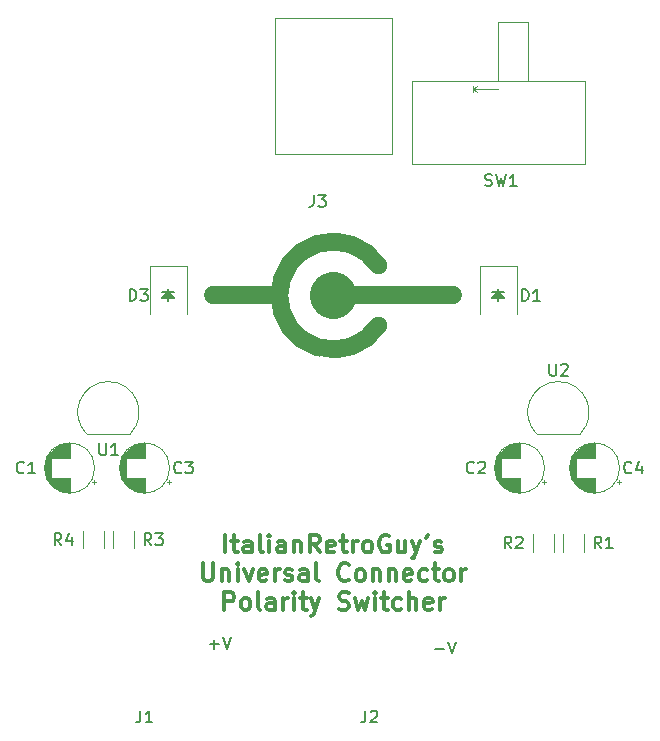
<source format=gbr>
%TF.GenerationSoftware,KiCad,Pcbnew,7.0.2*%
%TF.CreationDate,2023-05-27T17:02:01+02:00*%
%TF.ProjectId,benchpsu_barreljack_adapter,62656e63-6870-4737-955f-62617272656c,rev?*%
%TF.SameCoordinates,Original*%
%TF.FileFunction,Legend,Top*%
%TF.FilePolarity,Positive*%
%FSLAX46Y46*%
G04 Gerber Fmt 4.6, Leading zero omitted, Abs format (unit mm)*
G04 Created by KiCad (PCBNEW 7.0.2) date 2023-05-27 17:02:01*
%MOMM*%
%LPD*%
G01*
G04 APERTURE LIST*
%ADD10C,4.000000*%
%ADD11C,0.150000*%
%ADD12C,1.500000*%
%ADD13C,0.300000*%
%ADD14C,0.120000*%
G04 APERTURE END LIST*
D10*
X152400001Y-92075000D02*
G75*
G03*
X152400001Y-92075000I-1J0D01*
G01*
D11*
X138938000Y-92329000D02*
X137922000Y-92329000D01*
X138430000Y-91821000D01*
X138938000Y-92329000D01*
G36*
X138938000Y-92329000D02*
G01*
X137922000Y-92329000D01*
X138430000Y-91821000D01*
X138938000Y-92329000D01*
G37*
D12*
X156208567Y-89535000D02*
G75*
G03*
X156208567Y-94615000I-3808567J-2540000D01*
G01*
D11*
X166878000Y-92329000D02*
X165862000Y-92329000D01*
X166370000Y-91821000D01*
X166878000Y-92329000D01*
G36*
X166878000Y-92329000D02*
G01*
X165862000Y-92329000D01*
X166370000Y-91821000D01*
X166878000Y-92329000D01*
G37*
X166370000Y-92583000D02*
X166370000Y-91567000D01*
D12*
X147822139Y-92075000D02*
X142239525Y-92075000D01*
D11*
X138430000Y-92583000D02*
X138430000Y-91567000D01*
X166878000Y-91821000D02*
X165862000Y-91821000D01*
X138938000Y-91821000D02*
X137922000Y-91821000D01*
D12*
X152400000Y-92075000D02*
X162560000Y-92075000D01*
D11*
X160988476Y-122001666D02*
X161750381Y-122001666D01*
X162083714Y-121382619D02*
X162417047Y-122382619D01*
X162417047Y-122382619D02*
X162750380Y-121382619D01*
X141938476Y-121620666D02*
X142700381Y-121620666D01*
X142319428Y-122001619D02*
X142319428Y-121239714D01*
X143033714Y-121001619D02*
X143367047Y-122001619D01*
X143367047Y-122001619D02*
X143700380Y-121001619D01*
D13*
X143257142Y-113833928D02*
X143257142Y-112333928D01*
X143757143Y-112833928D02*
X144328571Y-112833928D01*
X143971428Y-112333928D02*
X143971428Y-113619642D01*
X143971428Y-113619642D02*
X144042857Y-113762500D01*
X144042857Y-113762500D02*
X144185714Y-113833928D01*
X144185714Y-113833928D02*
X144328571Y-113833928D01*
X145471429Y-113833928D02*
X145471429Y-113048214D01*
X145471429Y-113048214D02*
X145400000Y-112905357D01*
X145400000Y-112905357D02*
X145257143Y-112833928D01*
X145257143Y-112833928D02*
X144971429Y-112833928D01*
X144971429Y-112833928D02*
X144828571Y-112905357D01*
X145471429Y-113762500D02*
X145328571Y-113833928D01*
X145328571Y-113833928D02*
X144971429Y-113833928D01*
X144971429Y-113833928D02*
X144828571Y-113762500D01*
X144828571Y-113762500D02*
X144757143Y-113619642D01*
X144757143Y-113619642D02*
X144757143Y-113476785D01*
X144757143Y-113476785D02*
X144828571Y-113333928D01*
X144828571Y-113333928D02*
X144971429Y-113262500D01*
X144971429Y-113262500D02*
X145328571Y-113262500D01*
X145328571Y-113262500D02*
X145471429Y-113191071D01*
X146400000Y-113833928D02*
X146257143Y-113762500D01*
X146257143Y-113762500D02*
X146185714Y-113619642D01*
X146185714Y-113619642D02*
X146185714Y-112333928D01*
X146971428Y-113833928D02*
X146971428Y-112833928D01*
X146971428Y-112333928D02*
X146900000Y-112405357D01*
X146900000Y-112405357D02*
X146971428Y-112476785D01*
X146971428Y-112476785D02*
X147042857Y-112405357D01*
X147042857Y-112405357D02*
X146971428Y-112333928D01*
X146971428Y-112333928D02*
X146971428Y-112476785D01*
X148328572Y-113833928D02*
X148328572Y-113048214D01*
X148328572Y-113048214D02*
X148257143Y-112905357D01*
X148257143Y-112905357D02*
X148114286Y-112833928D01*
X148114286Y-112833928D02*
X147828572Y-112833928D01*
X147828572Y-112833928D02*
X147685714Y-112905357D01*
X148328572Y-113762500D02*
X148185714Y-113833928D01*
X148185714Y-113833928D02*
X147828572Y-113833928D01*
X147828572Y-113833928D02*
X147685714Y-113762500D01*
X147685714Y-113762500D02*
X147614286Y-113619642D01*
X147614286Y-113619642D02*
X147614286Y-113476785D01*
X147614286Y-113476785D02*
X147685714Y-113333928D01*
X147685714Y-113333928D02*
X147828572Y-113262500D01*
X147828572Y-113262500D02*
X148185714Y-113262500D01*
X148185714Y-113262500D02*
X148328572Y-113191071D01*
X149042857Y-112833928D02*
X149042857Y-113833928D01*
X149042857Y-112976785D02*
X149114286Y-112905357D01*
X149114286Y-112905357D02*
X149257143Y-112833928D01*
X149257143Y-112833928D02*
X149471429Y-112833928D01*
X149471429Y-112833928D02*
X149614286Y-112905357D01*
X149614286Y-112905357D02*
X149685715Y-113048214D01*
X149685715Y-113048214D02*
X149685715Y-113833928D01*
X151257143Y-113833928D02*
X150757143Y-113119642D01*
X150400000Y-113833928D02*
X150400000Y-112333928D01*
X150400000Y-112333928D02*
X150971429Y-112333928D01*
X150971429Y-112333928D02*
X151114286Y-112405357D01*
X151114286Y-112405357D02*
X151185715Y-112476785D01*
X151185715Y-112476785D02*
X151257143Y-112619642D01*
X151257143Y-112619642D02*
X151257143Y-112833928D01*
X151257143Y-112833928D02*
X151185715Y-112976785D01*
X151185715Y-112976785D02*
X151114286Y-113048214D01*
X151114286Y-113048214D02*
X150971429Y-113119642D01*
X150971429Y-113119642D02*
X150400000Y-113119642D01*
X152471429Y-113762500D02*
X152328572Y-113833928D01*
X152328572Y-113833928D02*
X152042858Y-113833928D01*
X152042858Y-113833928D02*
X151900000Y-113762500D01*
X151900000Y-113762500D02*
X151828572Y-113619642D01*
X151828572Y-113619642D02*
X151828572Y-113048214D01*
X151828572Y-113048214D02*
X151900000Y-112905357D01*
X151900000Y-112905357D02*
X152042858Y-112833928D01*
X152042858Y-112833928D02*
X152328572Y-112833928D01*
X152328572Y-112833928D02*
X152471429Y-112905357D01*
X152471429Y-112905357D02*
X152542858Y-113048214D01*
X152542858Y-113048214D02*
X152542858Y-113191071D01*
X152542858Y-113191071D02*
X151828572Y-113333928D01*
X152971429Y-112833928D02*
X153542857Y-112833928D01*
X153185714Y-112333928D02*
X153185714Y-113619642D01*
X153185714Y-113619642D02*
X153257143Y-113762500D01*
X153257143Y-113762500D02*
X153400000Y-113833928D01*
X153400000Y-113833928D02*
X153542857Y-113833928D01*
X154042857Y-113833928D02*
X154042857Y-112833928D01*
X154042857Y-113119642D02*
X154114286Y-112976785D01*
X154114286Y-112976785D02*
X154185715Y-112905357D01*
X154185715Y-112905357D02*
X154328572Y-112833928D01*
X154328572Y-112833928D02*
X154471429Y-112833928D01*
X155185714Y-113833928D02*
X155042857Y-113762500D01*
X155042857Y-113762500D02*
X154971428Y-113691071D01*
X154971428Y-113691071D02*
X154900000Y-113548214D01*
X154900000Y-113548214D02*
X154900000Y-113119642D01*
X154900000Y-113119642D02*
X154971428Y-112976785D01*
X154971428Y-112976785D02*
X155042857Y-112905357D01*
X155042857Y-112905357D02*
X155185714Y-112833928D01*
X155185714Y-112833928D02*
X155400000Y-112833928D01*
X155400000Y-112833928D02*
X155542857Y-112905357D01*
X155542857Y-112905357D02*
X155614286Y-112976785D01*
X155614286Y-112976785D02*
X155685714Y-113119642D01*
X155685714Y-113119642D02*
X155685714Y-113548214D01*
X155685714Y-113548214D02*
X155614286Y-113691071D01*
X155614286Y-113691071D02*
X155542857Y-113762500D01*
X155542857Y-113762500D02*
X155400000Y-113833928D01*
X155400000Y-113833928D02*
X155185714Y-113833928D01*
X157114286Y-112405357D02*
X156971429Y-112333928D01*
X156971429Y-112333928D02*
X156757143Y-112333928D01*
X156757143Y-112333928D02*
X156542857Y-112405357D01*
X156542857Y-112405357D02*
X156400000Y-112548214D01*
X156400000Y-112548214D02*
X156328571Y-112691071D01*
X156328571Y-112691071D02*
X156257143Y-112976785D01*
X156257143Y-112976785D02*
X156257143Y-113191071D01*
X156257143Y-113191071D02*
X156328571Y-113476785D01*
X156328571Y-113476785D02*
X156400000Y-113619642D01*
X156400000Y-113619642D02*
X156542857Y-113762500D01*
X156542857Y-113762500D02*
X156757143Y-113833928D01*
X156757143Y-113833928D02*
X156900000Y-113833928D01*
X156900000Y-113833928D02*
X157114286Y-113762500D01*
X157114286Y-113762500D02*
X157185714Y-113691071D01*
X157185714Y-113691071D02*
X157185714Y-113191071D01*
X157185714Y-113191071D02*
X156900000Y-113191071D01*
X158471429Y-112833928D02*
X158471429Y-113833928D01*
X157828571Y-112833928D02*
X157828571Y-113619642D01*
X157828571Y-113619642D02*
X157900000Y-113762500D01*
X157900000Y-113762500D02*
X158042857Y-113833928D01*
X158042857Y-113833928D02*
X158257143Y-113833928D01*
X158257143Y-113833928D02*
X158400000Y-113762500D01*
X158400000Y-113762500D02*
X158471429Y-113691071D01*
X159042857Y-112833928D02*
X159400000Y-113833928D01*
X159757143Y-112833928D02*
X159400000Y-113833928D01*
X159400000Y-113833928D02*
X159257143Y-114191071D01*
X159257143Y-114191071D02*
X159185714Y-114262500D01*
X159185714Y-114262500D02*
X159042857Y-114333928D01*
X160400000Y-112333928D02*
X160257143Y-112619642D01*
X160971429Y-113762500D02*
X161114286Y-113833928D01*
X161114286Y-113833928D02*
X161400000Y-113833928D01*
X161400000Y-113833928D02*
X161542857Y-113762500D01*
X161542857Y-113762500D02*
X161614286Y-113619642D01*
X161614286Y-113619642D02*
X161614286Y-113548214D01*
X161614286Y-113548214D02*
X161542857Y-113405357D01*
X161542857Y-113405357D02*
X161400000Y-113333928D01*
X161400000Y-113333928D02*
X161185715Y-113333928D01*
X161185715Y-113333928D02*
X161042857Y-113262500D01*
X161042857Y-113262500D02*
X160971429Y-113119642D01*
X160971429Y-113119642D02*
X160971429Y-113048214D01*
X160971429Y-113048214D02*
X161042857Y-112905357D01*
X161042857Y-112905357D02*
X161185715Y-112833928D01*
X161185715Y-112833928D02*
X161400000Y-112833928D01*
X161400000Y-112833928D02*
X161542857Y-112905357D01*
X141364285Y-114763928D02*
X141364285Y-115978214D01*
X141364285Y-115978214D02*
X141435714Y-116121071D01*
X141435714Y-116121071D02*
X141507143Y-116192500D01*
X141507143Y-116192500D02*
X141650000Y-116263928D01*
X141650000Y-116263928D02*
X141935714Y-116263928D01*
X141935714Y-116263928D02*
X142078571Y-116192500D01*
X142078571Y-116192500D02*
X142150000Y-116121071D01*
X142150000Y-116121071D02*
X142221428Y-115978214D01*
X142221428Y-115978214D02*
X142221428Y-114763928D01*
X142935714Y-115263928D02*
X142935714Y-116263928D01*
X142935714Y-115406785D02*
X143007143Y-115335357D01*
X143007143Y-115335357D02*
X143150000Y-115263928D01*
X143150000Y-115263928D02*
X143364286Y-115263928D01*
X143364286Y-115263928D02*
X143507143Y-115335357D01*
X143507143Y-115335357D02*
X143578572Y-115478214D01*
X143578572Y-115478214D02*
X143578572Y-116263928D01*
X144292857Y-116263928D02*
X144292857Y-115263928D01*
X144292857Y-114763928D02*
X144221429Y-114835357D01*
X144221429Y-114835357D02*
X144292857Y-114906785D01*
X144292857Y-114906785D02*
X144364286Y-114835357D01*
X144364286Y-114835357D02*
X144292857Y-114763928D01*
X144292857Y-114763928D02*
X144292857Y-114906785D01*
X144864286Y-115263928D02*
X145221429Y-116263928D01*
X145221429Y-116263928D02*
X145578572Y-115263928D01*
X146721429Y-116192500D02*
X146578572Y-116263928D01*
X146578572Y-116263928D02*
X146292858Y-116263928D01*
X146292858Y-116263928D02*
X146150000Y-116192500D01*
X146150000Y-116192500D02*
X146078572Y-116049642D01*
X146078572Y-116049642D02*
X146078572Y-115478214D01*
X146078572Y-115478214D02*
X146150000Y-115335357D01*
X146150000Y-115335357D02*
X146292858Y-115263928D01*
X146292858Y-115263928D02*
X146578572Y-115263928D01*
X146578572Y-115263928D02*
X146721429Y-115335357D01*
X146721429Y-115335357D02*
X146792858Y-115478214D01*
X146792858Y-115478214D02*
X146792858Y-115621071D01*
X146792858Y-115621071D02*
X146078572Y-115763928D01*
X147435714Y-116263928D02*
X147435714Y-115263928D01*
X147435714Y-115549642D02*
X147507143Y-115406785D01*
X147507143Y-115406785D02*
X147578572Y-115335357D01*
X147578572Y-115335357D02*
X147721429Y-115263928D01*
X147721429Y-115263928D02*
X147864286Y-115263928D01*
X148292857Y-116192500D02*
X148435714Y-116263928D01*
X148435714Y-116263928D02*
X148721428Y-116263928D01*
X148721428Y-116263928D02*
X148864285Y-116192500D01*
X148864285Y-116192500D02*
X148935714Y-116049642D01*
X148935714Y-116049642D02*
X148935714Y-115978214D01*
X148935714Y-115978214D02*
X148864285Y-115835357D01*
X148864285Y-115835357D02*
X148721428Y-115763928D01*
X148721428Y-115763928D02*
X148507143Y-115763928D01*
X148507143Y-115763928D02*
X148364285Y-115692500D01*
X148364285Y-115692500D02*
X148292857Y-115549642D01*
X148292857Y-115549642D02*
X148292857Y-115478214D01*
X148292857Y-115478214D02*
X148364285Y-115335357D01*
X148364285Y-115335357D02*
X148507143Y-115263928D01*
X148507143Y-115263928D02*
X148721428Y-115263928D01*
X148721428Y-115263928D02*
X148864285Y-115335357D01*
X150221429Y-116263928D02*
X150221429Y-115478214D01*
X150221429Y-115478214D02*
X150150000Y-115335357D01*
X150150000Y-115335357D02*
X150007143Y-115263928D01*
X150007143Y-115263928D02*
X149721429Y-115263928D01*
X149721429Y-115263928D02*
X149578571Y-115335357D01*
X150221429Y-116192500D02*
X150078571Y-116263928D01*
X150078571Y-116263928D02*
X149721429Y-116263928D01*
X149721429Y-116263928D02*
X149578571Y-116192500D01*
X149578571Y-116192500D02*
X149507143Y-116049642D01*
X149507143Y-116049642D02*
X149507143Y-115906785D01*
X149507143Y-115906785D02*
X149578571Y-115763928D01*
X149578571Y-115763928D02*
X149721429Y-115692500D01*
X149721429Y-115692500D02*
X150078571Y-115692500D01*
X150078571Y-115692500D02*
X150221429Y-115621071D01*
X151150000Y-116263928D02*
X151007143Y-116192500D01*
X151007143Y-116192500D02*
X150935714Y-116049642D01*
X150935714Y-116049642D02*
X150935714Y-114763928D01*
X153721428Y-116121071D02*
X153650000Y-116192500D01*
X153650000Y-116192500D02*
X153435714Y-116263928D01*
X153435714Y-116263928D02*
X153292857Y-116263928D01*
X153292857Y-116263928D02*
X153078571Y-116192500D01*
X153078571Y-116192500D02*
X152935714Y-116049642D01*
X152935714Y-116049642D02*
X152864285Y-115906785D01*
X152864285Y-115906785D02*
X152792857Y-115621071D01*
X152792857Y-115621071D02*
X152792857Y-115406785D01*
X152792857Y-115406785D02*
X152864285Y-115121071D01*
X152864285Y-115121071D02*
X152935714Y-114978214D01*
X152935714Y-114978214D02*
X153078571Y-114835357D01*
X153078571Y-114835357D02*
X153292857Y-114763928D01*
X153292857Y-114763928D02*
X153435714Y-114763928D01*
X153435714Y-114763928D02*
X153650000Y-114835357D01*
X153650000Y-114835357D02*
X153721428Y-114906785D01*
X154578571Y-116263928D02*
X154435714Y-116192500D01*
X154435714Y-116192500D02*
X154364285Y-116121071D01*
X154364285Y-116121071D02*
X154292857Y-115978214D01*
X154292857Y-115978214D02*
X154292857Y-115549642D01*
X154292857Y-115549642D02*
X154364285Y-115406785D01*
X154364285Y-115406785D02*
X154435714Y-115335357D01*
X154435714Y-115335357D02*
X154578571Y-115263928D01*
X154578571Y-115263928D02*
X154792857Y-115263928D01*
X154792857Y-115263928D02*
X154935714Y-115335357D01*
X154935714Y-115335357D02*
X155007143Y-115406785D01*
X155007143Y-115406785D02*
X155078571Y-115549642D01*
X155078571Y-115549642D02*
X155078571Y-115978214D01*
X155078571Y-115978214D02*
X155007143Y-116121071D01*
X155007143Y-116121071D02*
X154935714Y-116192500D01*
X154935714Y-116192500D02*
X154792857Y-116263928D01*
X154792857Y-116263928D02*
X154578571Y-116263928D01*
X155721428Y-115263928D02*
X155721428Y-116263928D01*
X155721428Y-115406785D02*
X155792857Y-115335357D01*
X155792857Y-115335357D02*
X155935714Y-115263928D01*
X155935714Y-115263928D02*
X156150000Y-115263928D01*
X156150000Y-115263928D02*
X156292857Y-115335357D01*
X156292857Y-115335357D02*
X156364286Y-115478214D01*
X156364286Y-115478214D02*
X156364286Y-116263928D01*
X157078571Y-115263928D02*
X157078571Y-116263928D01*
X157078571Y-115406785D02*
X157150000Y-115335357D01*
X157150000Y-115335357D02*
X157292857Y-115263928D01*
X157292857Y-115263928D02*
X157507143Y-115263928D01*
X157507143Y-115263928D02*
X157650000Y-115335357D01*
X157650000Y-115335357D02*
X157721429Y-115478214D01*
X157721429Y-115478214D02*
X157721429Y-116263928D01*
X159007143Y-116192500D02*
X158864286Y-116263928D01*
X158864286Y-116263928D02*
X158578572Y-116263928D01*
X158578572Y-116263928D02*
X158435714Y-116192500D01*
X158435714Y-116192500D02*
X158364286Y-116049642D01*
X158364286Y-116049642D02*
X158364286Y-115478214D01*
X158364286Y-115478214D02*
X158435714Y-115335357D01*
X158435714Y-115335357D02*
X158578572Y-115263928D01*
X158578572Y-115263928D02*
X158864286Y-115263928D01*
X158864286Y-115263928D02*
X159007143Y-115335357D01*
X159007143Y-115335357D02*
X159078572Y-115478214D01*
X159078572Y-115478214D02*
X159078572Y-115621071D01*
X159078572Y-115621071D02*
X158364286Y-115763928D01*
X160364286Y-116192500D02*
X160221428Y-116263928D01*
X160221428Y-116263928D02*
X159935714Y-116263928D01*
X159935714Y-116263928D02*
X159792857Y-116192500D01*
X159792857Y-116192500D02*
X159721428Y-116121071D01*
X159721428Y-116121071D02*
X159650000Y-115978214D01*
X159650000Y-115978214D02*
X159650000Y-115549642D01*
X159650000Y-115549642D02*
X159721428Y-115406785D01*
X159721428Y-115406785D02*
X159792857Y-115335357D01*
X159792857Y-115335357D02*
X159935714Y-115263928D01*
X159935714Y-115263928D02*
X160221428Y-115263928D01*
X160221428Y-115263928D02*
X160364286Y-115335357D01*
X160792857Y-115263928D02*
X161364285Y-115263928D01*
X161007142Y-114763928D02*
X161007142Y-116049642D01*
X161007142Y-116049642D02*
X161078571Y-116192500D01*
X161078571Y-116192500D02*
X161221428Y-116263928D01*
X161221428Y-116263928D02*
X161364285Y-116263928D01*
X162078571Y-116263928D02*
X161935714Y-116192500D01*
X161935714Y-116192500D02*
X161864285Y-116121071D01*
X161864285Y-116121071D02*
X161792857Y-115978214D01*
X161792857Y-115978214D02*
X161792857Y-115549642D01*
X161792857Y-115549642D02*
X161864285Y-115406785D01*
X161864285Y-115406785D02*
X161935714Y-115335357D01*
X161935714Y-115335357D02*
X162078571Y-115263928D01*
X162078571Y-115263928D02*
X162292857Y-115263928D01*
X162292857Y-115263928D02*
X162435714Y-115335357D01*
X162435714Y-115335357D02*
X162507143Y-115406785D01*
X162507143Y-115406785D02*
X162578571Y-115549642D01*
X162578571Y-115549642D02*
X162578571Y-115978214D01*
X162578571Y-115978214D02*
X162507143Y-116121071D01*
X162507143Y-116121071D02*
X162435714Y-116192500D01*
X162435714Y-116192500D02*
X162292857Y-116263928D01*
X162292857Y-116263928D02*
X162078571Y-116263928D01*
X163221428Y-116263928D02*
X163221428Y-115263928D01*
X163221428Y-115549642D02*
X163292857Y-115406785D01*
X163292857Y-115406785D02*
X163364286Y-115335357D01*
X163364286Y-115335357D02*
X163507143Y-115263928D01*
X163507143Y-115263928D02*
X163650000Y-115263928D01*
X143150000Y-118693928D02*
X143150000Y-117193928D01*
X143150000Y-117193928D02*
X143721429Y-117193928D01*
X143721429Y-117193928D02*
X143864286Y-117265357D01*
X143864286Y-117265357D02*
X143935715Y-117336785D01*
X143935715Y-117336785D02*
X144007143Y-117479642D01*
X144007143Y-117479642D02*
X144007143Y-117693928D01*
X144007143Y-117693928D02*
X143935715Y-117836785D01*
X143935715Y-117836785D02*
X143864286Y-117908214D01*
X143864286Y-117908214D02*
X143721429Y-117979642D01*
X143721429Y-117979642D02*
X143150000Y-117979642D01*
X144864286Y-118693928D02*
X144721429Y-118622500D01*
X144721429Y-118622500D02*
X144650000Y-118551071D01*
X144650000Y-118551071D02*
X144578572Y-118408214D01*
X144578572Y-118408214D02*
X144578572Y-117979642D01*
X144578572Y-117979642D02*
X144650000Y-117836785D01*
X144650000Y-117836785D02*
X144721429Y-117765357D01*
X144721429Y-117765357D02*
X144864286Y-117693928D01*
X144864286Y-117693928D02*
X145078572Y-117693928D01*
X145078572Y-117693928D02*
X145221429Y-117765357D01*
X145221429Y-117765357D02*
X145292858Y-117836785D01*
X145292858Y-117836785D02*
X145364286Y-117979642D01*
X145364286Y-117979642D02*
X145364286Y-118408214D01*
X145364286Y-118408214D02*
X145292858Y-118551071D01*
X145292858Y-118551071D02*
X145221429Y-118622500D01*
X145221429Y-118622500D02*
X145078572Y-118693928D01*
X145078572Y-118693928D02*
X144864286Y-118693928D01*
X146221429Y-118693928D02*
X146078572Y-118622500D01*
X146078572Y-118622500D02*
X146007143Y-118479642D01*
X146007143Y-118479642D02*
X146007143Y-117193928D01*
X147435715Y-118693928D02*
X147435715Y-117908214D01*
X147435715Y-117908214D02*
X147364286Y-117765357D01*
X147364286Y-117765357D02*
X147221429Y-117693928D01*
X147221429Y-117693928D02*
X146935715Y-117693928D01*
X146935715Y-117693928D02*
X146792857Y-117765357D01*
X147435715Y-118622500D02*
X147292857Y-118693928D01*
X147292857Y-118693928D02*
X146935715Y-118693928D01*
X146935715Y-118693928D02*
X146792857Y-118622500D01*
X146792857Y-118622500D02*
X146721429Y-118479642D01*
X146721429Y-118479642D02*
X146721429Y-118336785D01*
X146721429Y-118336785D02*
X146792857Y-118193928D01*
X146792857Y-118193928D02*
X146935715Y-118122500D01*
X146935715Y-118122500D02*
X147292857Y-118122500D01*
X147292857Y-118122500D02*
X147435715Y-118051071D01*
X148150000Y-118693928D02*
X148150000Y-117693928D01*
X148150000Y-117979642D02*
X148221429Y-117836785D01*
X148221429Y-117836785D02*
X148292858Y-117765357D01*
X148292858Y-117765357D02*
X148435715Y-117693928D01*
X148435715Y-117693928D02*
X148578572Y-117693928D01*
X149078571Y-118693928D02*
X149078571Y-117693928D01*
X149078571Y-117193928D02*
X149007143Y-117265357D01*
X149007143Y-117265357D02*
X149078571Y-117336785D01*
X149078571Y-117336785D02*
X149150000Y-117265357D01*
X149150000Y-117265357D02*
X149078571Y-117193928D01*
X149078571Y-117193928D02*
X149078571Y-117336785D01*
X149578572Y-117693928D02*
X150150000Y-117693928D01*
X149792857Y-117193928D02*
X149792857Y-118479642D01*
X149792857Y-118479642D02*
X149864286Y-118622500D01*
X149864286Y-118622500D02*
X150007143Y-118693928D01*
X150007143Y-118693928D02*
X150150000Y-118693928D01*
X150507143Y-117693928D02*
X150864286Y-118693928D01*
X151221429Y-117693928D02*
X150864286Y-118693928D01*
X150864286Y-118693928D02*
X150721429Y-119051071D01*
X150721429Y-119051071D02*
X150650000Y-119122500D01*
X150650000Y-119122500D02*
X150507143Y-119193928D01*
X152864286Y-118622500D02*
X153078572Y-118693928D01*
X153078572Y-118693928D02*
X153435714Y-118693928D01*
X153435714Y-118693928D02*
X153578572Y-118622500D01*
X153578572Y-118622500D02*
X153650000Y-118551071D01*
X153650000Y-118551071D02*
X153721429Y-118408214D01*
X153721429Y-118408214D02*
X153721429Y-118265357D01*
X153721429Y-118265357D02*
X153650000Y-118122500D01*
X153650000Y-118122500D02*
X153578572Y-118051071D01*
X153578572Y-118051071D02*
X153435714Y-117979642D01*
X153435714Y-117979642D02*
X153150000Y-117908214D01*
X153150000Y-117908214D02*
X153007143Y-117836785D01*
X153007143Y-117836785D02*
X152935714Y-117765357D01*
X152935714Y-117765357D02*
X152864286Y-117622500D01*
X152864286Y-117622500D02*
X152864286Y-117479642D01*
X152864286Y-117479642D02*
X152935714Y-117336785D01*
X152935714Y-117336785D02*
X153007143Y-117265357D01*
X153007143Y-117265357D02*
X153150000Y-117193928D01*
X153150000Y-117193928D02*
X153507143Y-117193928D01*
X153507143Y-117193928D02*
X153721429Y-117265357D01*
X154221428Y-117693928D02*
X154507143Y-118693928D01*
X154507143Y-118693928D02*
X154792857Y-117979642D01*
X154792857Y-117979642D02*
X155078571Y-118693928D01*
X155078571Y-118693928D02*
X155364285Y-117693928D01*
X155935714Y-118693928D02*
X155935714Y-117693928D01*
X155935714Y-117193928D02*
X155864286Y-117265357D01*
X155864286Y-117265357D02*
X155935714Y-117336785D01*
X155935714Y-117336785D02*
X156007143Y-117265357D01*
X156007143Y-117265357D02*
X155935714Y-117193928D01*
X155935714Y-117193928D02*
X155935714Y-117336785D01*
X156435715Y-117693928D02*
X157007143Y-117693928D01*
X156650000Y-117193928D02*
X156650000Y-118479642D01*
X156650000Y-118479642D02*
X156721429Y-118622500D01*
X156721429Y-118622500D02*
X156864286Y-118693928D01*
X156864286Y-118693928D02*
X157007143Y-118693928D01*
X158150001Y-118622500D02*
X158007143Y-118693928D01*
X158007143Y-118693928D02*
X157721429Y-118693928D01*
X157721429Y-118693928D02*
X157578572Y-118622500D01*
X157578572Y-118622500D02*
X157507143Y-118551071D01*
X157507143Y-118551071D02*
X157435715Y-118408214D01*
X157435715Y-118408214D02*
X157435715Y-117979642D01*
X157435715Y-117979642D02*
X157507143Y-117836785D01*
X157507143Y-117836785D02*
X157578572Y-117765357D01*
X157578572Y-117765357D02*
X157721429Y-117693928D01*
X157721429Y-117693928D02*
X158007143Y-117693928D01*
X158007143Y-117693928D02*
X158150001Y-117765357D01*
X158792857Y-118693928D02*
X158792857Y-117193928D01*
X159435715Y-118693928D02*
X159435715Y-117908214D01*
X159435715Y-117908214D02*
X159364286Y-117765357D01*
X159364286Y-117765357D02*
X159221429Y-117693928D01*
X159221429Y-117693928D02*
X159007143Y-117693928D01*
X159007143Y-117693928D02*
X158864286Y-117765357D01*
X158864286Y-117765357D02*
X158792857Y-117836785D01*
X160721429Y-118622500D02*
X160578572Y-118693928D01*
X160578572Y-118693928D02*
X160292858Y-118693928D01*
X160292858Y-118693928D02*
X160150000Y-118622500D01*
X160150000Y-118622500D02*
X160078572Y-118479642D01*
X160078572Y-118479642D02*
X160078572Y-117908214D01*
X160078572Y-117908214D02*
X160150000Y-117765357D01*
X160150000Y-117765357D02*
X160292858Y-117693928D01*
X160292858Y-117693928D02*
X160578572Y-117693928D01*
X160578572Y-117693928D02*
X160721429Y-117765357D01*
X160721429Y-117765357D02*
X160792858Y-117908214D01*
X160792858Y-117908214D02*
X160792858Y-118051071D01*
X160792858Y-118051071D02*
X160078572Y-118193928D01*
X161435714Y-118693928D02*
X161435714Y-117693928D01*
X161435714Y-117979642D02*
X161507143Y-117836785D01*
X161507143Y-117836785D02*
X161578572Y-117765357D01*
X161578572Y-117765357D02*
X161721429Y-117693928D01*
X161721429Y-117693928D02*
X161864286Y-117693928D01*
D11*
%TO.C,J1*%
X136064666Y-127224619D02*
X136064666Y-127938904D01*
X136064666Y-127938904D02*
X136017047Y-128081761D01*
X136017047Y-128081761D02*
X135921809Y-128177000D01*
X135921809Y-128177000D02*
X135778952Y-128224619D01*
X135778952Y-128224619D02*
X135683714Y-128224619D01*
X137064666Y-128224619D02*
X136493238Y-128224619D01*
X136778952Y-128224619D02*
X136778952Y-127224619D01*
X136778952Y-127224619D02*
X136683714Y-127367476D01*
X136683714Y-127367476D02*
X136588476Y-127462714D01*
X136588476Y-127462714D02*
X136493238Y-127510333D01*
%TO.C,J2*%
X155114666Y-127224619D02*
X155114666Y-127938904D01*
X155114666Y-127938904D02*
X155067047Y-128081761D01*
X155067047Y-128081761D02*
X154971809Y-128177000D01*
X154971809Y-128177000D02*
X154828952Y-128224619D01*
X154828952Y-128224619D02*
X154733714Y-128224619D01*
X155543238Y-127319857D02*
X155590857Y-127272238D01*
X155590857Y-127272238D02*
X155686095Y-127224619D01*
X155686095Y-127224619D02*
X155924190Y-127224619D01*
X155924190Y-127224619D02*
X156019428Y-127272238D01*
X156019428Y-127272238D02*
X156067047Y-127319857D01*
X156067047Y-127319857D02*
X156114666Y-127415095D01*
X156114666Y-127415095D02*
X156114666Y-127510333D01*
X156114666Y-127510333D02*
X156067047Y-127653190D01*
X156067047Y-127653190D02*
X155495619Y-128224619D01*
X155495619Y-128224619D02*
X156114666Y-128224619D01*
%TO.C,R3*%
X136993333Y-113212619D02*
X136660000Y-112736428D01*
X136421905Y-113212619D02*
X136421905Y-112212619D01*
X136421905Y-112212619D02*
X136802857Y-112212619D01*
X136802857Y-112212619D02*
X136898095Y-112260238D01*
X136898095Y-112260238D02*
X136945714Y-112307857D01*
X136945714Y-112307857D02*
X136993333Y-112403095D01*
X136993333Y-112403095D02*
X136993333Y-112545952D01*
X136993333Y-112545952D02*
X136945714Y-112641190D01*
X136945714Y-112641190D02*
X136898095Y-112688809D01*
X136898095Y-112688809D02*
X136802857Y-112736428D01*
X136802857Y-112736428D02*
X136421905Y-112736428D01*
X137326667Y-112212619D02*
X137945714Y-112212619D01*
X137945714Y-112212619D02*
X137612381Y-112593571D01*
X137612381Y-112593571D02*
X137755238Y-112593571D01*
X137755238Y-112593571D02*
X137850476Y-112641190D01*
X137850476Y-112641190D02*
X137898095Y-112688809D01*
X137898095Y-112688809D02*
X137945714Y-112784047D01*
X137945714Y-112784047D02*
X137945714Y-113022142D01*
X137945714Y-113022142D02*
X137898095Y-113117380D01*
X137898095Y-113117380D02*
X137850476Y-113165000D01*
X137850476Y-113165000D02*
X137755238Y-113212619D01*
X137755238Y-113212619D02*
X137469524Y-113212619D01*
X137469524Y-113212619D02*
X137374286Y-113165000D01*
X137374286Y-113165000D02*
X137326667Y-113117380D01*
%TO.C,U2*%
X170688095Y-97862619D02*
X170688095Y-98672142D01*
X170688095Y-98672142D02*
X170735714Y-98767380D01*
X170735714Y-98767380D02*
X170783333Y-98815000D01*
X170783333Y-98815000D02*
X170878571Y-98862619D01*
X170878571Y-98862619D02*
X171069047Y-98862619D01*
X171069047Y-98862619D02*
X171164285Y-98815000D01*
X171164285Y-98815000D02*
X171211904Y-98767380D01*
X171211904Y-98767380D02*
X171259523Y-98672142D01*
X171259523Y-98672142D02*
X171259523Y-97862619D01*
X171688095Y-97957857D02*
X171735714Y-97910238D01*
X171735714Y-97910238D02*
X171830952Y-97862619D01*
X171830952Y-97862619D02*
X172069047Y-97862619D01*
X172069047Y-97862619D02*
X172164285Y-97910238D01*
X172164285Y-97910238D02*
X172211904Y-97957857D01*
X172211904Y-97957857D02*
X172259523Y-98053095D01*
X172259523Y-98053095D02*
X172259523Y-98148333D01*
X172259523Y-98148333D02*
X172211904Y-98291190D01*
X172211904Y-98291190D02*
X171640476Y-98862619D01*
X171640476Y-98862619D02*
X172259523Y-98862619D01*
%TO.C,D1*%
X168361905Y-92537619D02*
X168361905Y-91537619D01*
X168361905Y-91537619D02*
X168600000Y-91537619D01*
X168600000Y-91537619D02*
X168742857Y-91585238D01*
X168742857Y-91585238D02*
X168838095Y-91680476D01*
X168838095Y-91680476D02*
X168885714Y-91775714D01*
X168885714Y-91775714D02*
X168933333Y-91966190D01*
X168933333Y-91966190D02*
X168933333Y-92109047D01*
X168933333Y-92109047D02*
X168885714Y-92299523D01*
X168885714Y-92299523D02*
X168838095Y-92394761D01*
X168838095Y-92394761D02*
X168742857Y-92490000D01*
X168742857Y-92490000D02*
X168600000Y-92537619D01*
X168600000Y-92537619D02*
X168361905Y-92537619D01*
X169885714Y-92537619D02*
X169314286Y-92537619D01*
X169600000Y-92537619D02*
X169600000Y-91537619D01*
X169600000Y-91537619D02*
X169504762Y-91680476D01*
X169504762Y-91680476D02*
X169409524Y-91775714D01*
X169409524Y-91775714D02*
X169314286Y-91823333D01*
%TO.C,C2*%
X164298333Y-107047380D02*
X164250714Y-107095000D01*
X164250714Y-107095000D02*
X164107857Y-107142619D01*
X164107857Y-107142619D02*
X164012619Y-107142619D01*
X164012619Y-107142619D02*
X163869762Y-107095000D01*
X163869762Y-107095000D02*
X163774524Y-106999761D01*
X163774524Y-106999761D02*
X163726905Y-106904523D01*
X163726905Y-106904523D02*
X163679286Y-106714047D01*
X163679286Y-106714047D02*
X163679286Y-106571190D01*
X163679286Y-106571190D02*
X163726905Y-106380714D01*
X163726905Y-106380714D02*
X163774524Y-106285476D01*
X163774524Y-106285476D02*
X163869762Y-106190238D01*
X163869762Y-106190238D02*
X164012619Y-106142619D01*
X164012619Y-106142619D02*
X164107857Y-106142619D01*
X164107857Y-106142619D02*
X164250714Y-106190238D01*
X164250714Y-106190238D02*
X164298333Y-106237857D01*
X164679286Y-106237857D02*
X164726905Y-106190238D01*
X164726905Y-106190238D02*
X164822143Y-106142619D01*
X164822143Y-106142619D02*
X165060238Y-106142619D01*
X165060238Y-106142619D02*
X165155476Y-106190238D01*
X165155476Y-106190238D02*
X165203095Y-106237857D01*
X165203095Y-106237857D02*
X165250714Y-106333095D01*
X165250714Y-106333095D02*
X165250714Y-106428333D01*
X165250714Y-106428333D02*
X165203095Y-106571190D01*
X165203095Y-106571190D02*
X164631667Y-107142619D01*
X164631667Y-107142619D02*
X165250714Y-107142619D01*
%TO.C,R4*%
X129373333Y-113212619D02*
X129040000Y-112736428D01*
X128801905Y-113212619D02*
X128801905Y-112212619D01*
X128801905Y-112212619D02*
X129182857Y-112212619D01*
X129182857Y-112212619D02*
X129278095Y-112260238D01*
X129278095Y-112260238D02*
X129325714Y-112307857D01*
X129325714Y-112307857D02*
X129373333Y-112403095D01*
X129373333Y-112403095D02*
X129373333Y-112545952D01*
X129373333Y-112545952D02*
X129325714Y-112641190D01*
X129325714Y-112641190D02*
X129278095Y-112688809D01*
X129278095Y-112688809D02*
X129182857Y-112736428D01*
X129182857Y-112736428D02*
X128801905Y-112736428D01*
X130230476Y-112545952D02*
X130230476Y-113212619D01*
X129992381Y-112165000D02*
X129754286Y-112879285D01*
X129754286Y-112879285D02*
X130373333Y-112879285D01*
%TO.C,U1*%
X132588095Y-104597619D02*
X132588095Y-105407142D01*
X132588095Y-105407142D02*
X132635714Y-105502380D01*
X132635714Y-105502380D02*
X132683333Y-105550000D01*
X132683333Y-105550000D02*
X132778571Y-105597619D01*
X132778571Y-105597619D02*
X132969047Y-105597619D01*
X132969047Y-105597619D02*
X133064285Y-105550000D01*
X133064285Y-105550000D02*
X133111904Y-105502380D01*
X133111904Y-105502380D02*
X133159523Y-105407142D01*
X133159523Y-105407142D02*
X133159523Y-104597619D01*
X134159523Y-105597619D02*
X133588095Y-105597619D01*
X133873809Y-105597619D02*
X133873809Y-104597619D01*
X133873809Y-104597619D02*
X133778571Y-104740476D01*
X133778571Y-104740476D02*
X133683333Y-104835714D01*
X133683333Y-104835714D02*
X133588095Y-104883333D01*
%TO.C,D3*%
X135151905Y-92537619D02*
X135151905Y-91537619D01*
X135151905Y-91537619D02*
X135390000Y-91537619D01*
X135390000Y-91537619D02*
X135532857Y-91585238D01*
X135532857Y-91585238D02*
X135628095Y-91680476D01*
X135628095Y-91680476D02*
X135675714Y-91775714D01*
X135675714Y-91775714D02*
X135723333Y-91966190D01*
X135723333Y-91966190D02*
X135723333Y-92109047D01*
X135723333Y-92109047D02*
X135675714Y-92299523D01*
X135675714Y-92299523D02*
X135628095Y-92394761D01*
X135628095Y-92394761D02*
X135532857Y-92490000D01*
X135532857Y-92490000D02*
X135390000Y-92537619D01*
X135390000Y-92537619D02*
X135151905Y-92537619D01*
X136056667Y-91537619D02*
X136675714Y-91537619D01*
X136675714Y-91537619D02*
X136342381Y-91918571D01*
X136342381Y-91918571D02*
X136485238Y-91918571D01*
X136485238Y-91918571D02*
X136580476Y-91966190D01*
X136580476Y-91966190D02*
X136628095Y-92013809D01*
X136628095Y-92013809D02*
X136675714Y-92109047D01*
X136675714Y-92109047D02*
X136675714Y-92347142D01*
X136675714Y-92347142D02*
X136628095Y-92442380D01*
X136628095Y-92442380D02*
X136580476Y-92490000D01*
X136580476Y-92490000D02*
X136485238Y-92537619D01*
X136485238Y-92537619D02*
X136199524Y-92537619D01*
X136199524Y-92537619D02*
X136104286Y-92490000D01*
X136104286Y-92490000D02*
X136056667Y-92442380D01*
%TO.C,R2*%
X167473333Y-113492619D02*
X167140000Y-113016428D01*
X166901905Y-113492619D02*
X166901905Y-112492619D01*
X166901905Y-112492619D02*
X167282857Y-112492619D01*
X167282857Y-112492619D02*
X167378095Y-112540238D01*
X167378095Y-112540238D02*
X167425714Y-112587857D01*
X167425714Y-112587857D02*
X167473333Y-112683095D01*
X167473333Y-112683095D02*
X167473333Y-112825952D01*
X167473333Y-112825952D02*
X167425714Y-112921190D01*
X167425714Y-112921190D02*
X167378095Y-112968809D01*
X167378095Y-112968809D02*
X167282857Y-113016428D01*
X167282857Y-113016428D02*
X166901905Y-113016428D01*
X167854286Y-112587857D02*
X167901905Y-112540238D01*
X167901905Y-112540238D02*
X167997143Y-112492619D01*
X167997143Y-112492619D02*
X168235238Y-112492619D01*
X168235238Y-112492619D02*
X168330476Y-112540238D01*
X168330476Y-112540238D02*
X168378095Y-112587857D01*
X168378095Y-112587857D02*
X168425714Y-112683095D01*
X168425714Y-112683095D02*
X168425714Y-112778333D01*
X168425714Y-112778333D02*
X168378095Y-112921190D01*
X168378095Y-112921190D02*
X167806667Y-113492619D01*
X167806667Y-113492619D02*
X168425714Y-113492619D01*
%TO.C,SW1*%
X165239867Y-82755200D02*
X165382724Y-82802819D01*
X165382724Y-82802819D02*
X165620819Y-82802819D01*
X165620819Y-82802819D02*
X165716057Y-82755200D01*
X165716057Y-82755200D02*
X165763676Y-82707580D01*
X165763676Y-82707580D02*
X165811295Y-82612342D01*
X165811295Y-82612342D02*
X165811295Y-82517104D01*
X165811295Y-82517104D02*
X165763676Y-82421866D01*
X165763676Y-82421866D02*
X165716057Y-82374247D01*
X165716057Y-82374247D02*
X165620819Y-82326628D01*
X165620819Y-82326628D02*
X165430343Y-82279009D01*
X165430343Y-82279009D02*
X165335105Y-82231390D01*
X165335105Y-82231390D02*
X165287486Y-82183771D01*
X165287486Y-82183771D02*
X165239867Y-82088533D01*
X165239867Y-82088533D02*
X165239867Y-81993295D01*
X165239867Y-81993295D02*
X165287486Y-81898057D01*
X165287486Y-81898057D02*
X165335105Y-81850438D01*
X165335105Y-81850438D02*
X165430343Y-81802819D01*
X165430343Y-81802819D02*
X165668438Y-81802819D01*
X165668438Y-81802819D02*
X165811295Y-81850438D01*
X166144629Y-81802819D02*
X166382724Y-82802819D01*
X166382724Y-82802819D02*
X166573200Y-82088533D01*
X166573200Y-82088533D02*
X166763676Y-82802819D01*
X166763676Y-82802819D02*
X167001772Y-81802819D01*
X167906533Y-82802819D02*
X167335105Y-82802819D01*
X167620819Y-82802819D02*
X167620819Y-81802819D01*
X167620819Y-81802819D02*
X167525581Y-81945676D01*
X167525581Y-81945676D02*
X167430343Y-82040914D01*
X167430343Y-82040914D02*
X167335105Y-82088533D01*
%TO.C,C1*%
X126198333Y-107047380D02*
X126150714Y-107095000D01*
X126150714Y-107095000D02*
X126007857Y-107142619D01*
X126007857Y-107142619D02*
X125912619Y-107142619D01*
X125912619Y-107142619D02*
X125769762Y-107095000D01*
X125769762Y-107095000D02*
X125674524Y-106999761D01*
X125674524Y-106999761D02*
X125626905Y-106904523D01*
X125626905Y-106904523D02*
X125579286Y-106714047D01*
X125579286Y-106714047D02*
X125579286Y-106571190D01*
X125579286Y-106571190D02*
X125626905Y-106380714D01*
X125626905Y-106380714D02*
X125674524Y-106285476D01*
X125674524Y-106285476D02*
X125769762Y-106190238D01*
X125769762Y-106190238D02*
X125912619Y-106142619D01*
X125912619Y-106142619D02*
X126007857Y-106142619D01*
X126007857Y-106142619D02*
X126150714Y-106190238D01*
X126150714Y-106190238D02*
X126198333Y-106237857D01*
X127150714Y-107142619D02*
X126579286Y-107142619D01*
X126865000Y-107142619D02*
X126865000Y-106142619D01*
X126865000Y-106142619D02*
X126769762Y-106285476D01*
X126769762Y-106285476D02*
X126674524Y-106380714D01*
X126674524Y-106380714D02*
X126579286Y-106428333D01*
%TO.C,C3*%
X139533333Y-107047380D02*
X139485714Y-107095000D01*
X139485714Y-107095000D02*
X139342857Y-107142619D01*
X139342857Y-107142619D02*
X139247619Y-107142619D01*
X139247619Y-107142619D02*
X139104762Y-107095000D01*
X139104762Y-107095000D02*
X139009524Y-106999761D01*
X139009524Y-106999761D02*
X138961905Y-106904523D01*
X138961905Y-106904523D02*
X138914286Y-106714047D01*
X138914286Y-106714047D02*
X138914286Y-106571190D01*
X138914286Y-106571190D02*
X138961905Y-106380714D01*
X138961905Y-106380714D02*
X139009524Y-106285476D01*
X139009524Y-106285476D02*
X139104762Y-106190238D01*
X139104762Y-106190238D02*
X139247619Y-106142619D01*
X139247619Y-106142619D02*
X139342857Y-106142619D01*
X139342857Y-106142619D02*
X139485714Y-106190238D01*
X139485714Y-106190238D02*
X139533333Y-106237857D01*
X139866667Y-106142619D02*
X140485714Y-106142619D01*
X140485714Y-106142619D02*
X140152381Y-106523571D01*
X140152381Y-106523571D02*
X140295238Y-106523571D01*
X140295238Y-106523571D02*
X140390476Y-106571190D01*
X140390476Y-106571190D02*
X140438095Y-106618809D01*
X140438095Y-106618809D02*
X140485714Y-106714047D01*
X140485714Y-106714047D02*
X140485714Y-106952142D01*
X140485714Y-106952142D02*
X140438095Y-107047380D01*
X140438095Y-107047380D02*
X140390476Y-107095000D01*
X140390476Y-107095000D02*
X140295238Y-107142619D01*
X140295238Y-107142619D02*
X140009524Y-107142619D01*
X140009524Y-107142619D02*
X139914286Y-107095000D01*
X139914286Y-107095000D02*
X139866667Y-107047380D01*
%TO.C,R1*%
X175093333Y-113492619D02*
X174760000Y-113016428D01*
X174521905Y-113492619D02*
X174521905Y-112492619D01*
X174521905Y-112492619D02*
X174902857Y-112492619D01*
X174902857Y-112492619D02*
X174998095Y-112540238D01*
X174998095Y-112540238D02*
X175045714Y-112587857D01*
X175045714Y-112587857D02*
X175093333Y-112683095D01*
X175093333Y-112683095D02*
X175093333Y-112825952D01*
X175093333Y-112825952D02*
X175045714Y-112921190D01*
X175045714Y-112921190D02*
X174998095Y-112968809D01*
X174998095Y-112968809D02*
X174902857Y-113016428D01*
X174902857Y-113016428D02*
X174521905Y-113016428D01*
X176045714Y-113492619D02*
X175474286Y-113492619D01*
X175760000Y-113492619D02*
X175760000Y-112492619D01*
X175760000Y-112492619D02*
X175664762Y-112635476D01*
X175664762Y-112635476D02*
X175569524Y-112730714D01*
X175569524Y-112730714D02*
X175474286Y-112778333D01*
%TO.C,J3*%
X150741666Y-83562619D02*
X150741666Y-84276904D01*
X150741666Y-84276904D02*
X150694047Y-84419761D01*
X150694047Y-84419761D02*
X150598809Y-84515000D01*
X150598809Y-84515000D02*
X150455952Y-84562619D01*
X150455952Y-84562619D02*
X150360714Y-84562619D01*
X151122619Y-83562619D02*
X151741666Y-83562619D01*
X151741666Y-83562619D02*
X151408333Y-83943571D01*
X151408333Y-83943571D02*
X151551190Y-83943571D01*
X151551190Y-83943571D02*
X151646428Y-83991190D01*
X151646428Y-83991190D02*
X151694047Y-84038809D01*
X151694047Y-84038809D02*
X151741666Y-84134047D01*
X151741666Y-84134047D02*
X151741666Y-84372142D01*
X151741666Y-84372142D02*
X151694047Y-84467380D01*
X151694047Y-84467380D02*
X151646428Y-84515000D01*
X151646428Y-84515000D02*
X151551190Y-84562619D01*
X151551190Y-84562619D02*
X151265476Y-84562619D01*
X151265476Y-84562619D02*
X151170238Y-84515000D01*
X151170238Y-84515000D02*
X151122619Y-84467380D01*
%TO.C,C4*%
X177633333Y-107047380D02*
X177585714Y-107095000D01*
X177585714Y-107095000D02*
X177442857Y-107142619D01*
X177442857Y-107142619D02*
X177347619Y-107142619D01*
X177347619Y-107142619D02*
X177204762Y-107095000D01*
X177204762Y-107095000D02*
X177109524Y-106999761D01*
X177109524Y-106999761D02*
X177061905Y-106904523D01*
X177061905Y-106904523D02*
X177014286Y-106714047D01*
X177014286Y-106714047D02*
X177014286Y-106571190D01*
X177014286Y-106571190D02*
X177061905Y-106380714D01*
X177061905Y-106380714D02*
X177109524Y-106285476D01*
X177109524Y-106285476D02*
X177204762Y-106190238D01*
X177204762Y-106190238D02*
X177347619Y-106142619D01*
X177347619Y-106142619D02*
X177442857Y-106142619D01*
X177442857Y-106142619D02*
X177585714Y-106190238D01*
X177585714Y-106190238D02*
X177633333Y-106237857D01*
X178490476Y-106475952D02*
X178490476Y-107142619D01*
X178252381Y-106095000D02*
X178014286Y-106809285D01*
X178014286Y-106809285D02*
X178633333Y-106809285D01*
D14*
%TO.C,R3*%
X133710000Y-113477064D02*
X133710000Y-112022936D01*
X135530000Y-113477064D02*
X135530000Y-112022936D01*
%TO.C,U2*%
X169650000Y-103810000D02*
X173250000Y-103810000D01*
X171450000Y-99360000D02*
G75*
G03*
X169611522Y-103798478I0J-2600000D01*
G01*
X173288478Y-103798478D02*
G75*
G03*
X171450000Y-99360000I-1838478J1838478D01*
G01*
%TO.C,D1*%
X167955000Y-89615000D02*
X164785000Y-89615000D01*
X164785000Y-89615000D02*
X164785000Y-93675000D01*
X167955000Y-93675000D02*
X167955000Y-89615000D01*
%TO.C,C2*%
X170429801Y-107875000D02*
X170029801Y-107875000D01*
X170229801Y-108075000D02*
X170229801Y-107675000D01*
X168160000Y-108760000D02*
X168160000Y-107520000D01*
X168160000Y-105840000D02*
X168160000Y-104600000D01*
X168120000Y-108760000D02*
X168120000Y-107520000D01*
X168120000Y-105840000D02*
X168120000Y-104600000D01*
X168080000Y-108759000D02*
X168080000Y-107520000D01*
X168080000Y-105840000D02*
X168080000Y-104601000D01*
X168040000Y-108757000D02*
X168040000Y-107520000D01*
X168040000Y-105840000D02*
X168040000Y-104603000D01*
X168000000Y-108754000D02*
X168000000Y-107520000D01*
X168000000Y-105840000D02*
X168000000Y-104606000D01*
X167960000Y-108751000D02*
X167960000Y-107520000D01*
X167960000Y-105840000D02*
X167960000Y-104609000D01*
X167920000Y-108747000D02*
X167920000Y-107520000D01*
X167920000Y-105840000D02*
X167920000Y-104613000D01*
X167880000Y-108742000D02*
X167880000Y-107520000D01*
X167880000Y-105840000D02*
X167880000Y-104618000D01*
X167840000Y-108736000D02*
X167840000Y-107520000D01*
X167840000Y-105840000D02*
X167840000Y-104624000D01*
X167800000Y-108730000D02*
X167800000Y-107520000D01*
X167800000Y-105840000D02*
X167800000Y-104630000D01*
X167760000Y-108722000D02*
X167760000Y-107520000D01*
X167760000Y-105840000D02*
X167760000Y-104638000D01*
X167720000Y-108714000D02*
X167720000Y-107520000D01*
X167720000Y-105840000D02*
X167720000Y-104646000D01*
X167680000Y-108705000D02*
X167680000Y-107520000D01*
X167680000Y-105840000D02*
X167680000Y-104655000D01*
X167640000Y-108696000D02*
X167640000Y-107520000D01*
X167640000Y-105840000D02*
X167640000Y-104664000D01*
X167600000Y-108685000D02*
X167600000Y-107520000D01*
X167600000Y-105840000D02*
X167600000Y-104675000D01*
X167560000Y-108674000D02*
X167560000Y-107520000D01*
X167560000Y-105840000D02*
X167560000Y-104686000D01*
X167520000Y-108662000D02*
X167520000Y-107520000D01*
X167520000Y-105840000D02*
X167520000Y-104698000D01*
X167480000Y-108648000D02*
X167480000Y-107520000D01*
X167480000Y-105840000D02*
X167480000Y-104712000D01*
X167439000Y-108634000D02*
X167439000Y-107520000D01*
X167439000Y-105840000D02*
X167439000Y-104726000D01*
X167399000Y-108620000D02*
X167399000Y-107520000D01*
X167399000Y-105840000D02*
X167399000Y-104740000D01*
X167359000Y-108604000D02*
X167359000Y-107520000D01*
X167359000Y-105840000D02*
X167359000Y-104756000D01*
X167319000Y-108587000D02*
X167319000Y-107520000D01*
X167319000Y-105840000D02*
X167319000Y-104773000D01*
X167279000Y-108569000D02*
X167279000Y-107520000D01*
X167279000Y-105840000D02*
X167279000Y-104791000D01*
X167239000Y-108550000D02*
X167239000Y-107520000D01*
X167239000Y-105840000D02*
X167239000Y-104810000D01*
X167199000Y-108531000D02*
X167199000Y-107520000D01*
X167199000Y-105840000D02*
X167199000Y-104829000D01*
X167159000Y-108510000D02*
X167159000Y-107520000D01*
X167159000Y-105840000D02*
X167159000Y-104850000D01*
X167119000Y-108488000D02*
X167119000Y-107520000D01*
X167119000Y-105840000D02*
X167119000Y-104872000D01*
X167079000Y-108465000D02*
X167079000Y-107520000D01*
X167079000Y-105840000D02*
X167079000Y-104895000D01*
X167039000Y-108440000D02*
X167039000Y-107520000D01*
X167039000Y-105840000D02*
X167039000Y-104920000D01*
X166999000Y-108415000D02*
X166999000Y-107520000D01*
X166999000Y-105840000D02*
X166999000Y-104945000D01*
X166959000Y-108388000D02*
X166959000Y-107520000D01*
X166959000Y-105840000D02*
X166959000Y-104972000D01*
X166919000Y-108360000D02*
X166919000Y-107520000D01*
X166919000Y-105840000D02*
X166919000Y-105000000D01*
X166879000Y-108330000D02*
X166879000Y-107520000D01*
X166879000Y-105840000D02*
X166879000Y-105030000D01*
X166839000Y-108299000D02*
X166839000Y-107520000D01*
X166839000Y-105840000D02*
X166839000Y-105061000D01*
X166799000Y-108267000D02*
X166799000Y-107520000D01*
X166799000Y-105840000D02*
X166799000Y-105093000D01*
X166759000Y-108232000D02*
X166759000Y-107520000D01*
X166759000Y-105840000D02*
X166759000Y-105128000D01*
X166719000Y-108196000D02*
X166719000Y-107520000D01*
X166719000Y-105840000D02*
X166719000Y-105164000D01*
X166679000Y-108158000D02*
X166679000Y-107520000D01*
X166679000Y-105840000D02*
X166679000Y-105202000D01*
X166639000Y-108118000D02*
X166639000Y-107520000D01*
X166639000Y-105840000D02*
X166639000Y-105242000D01*
X166599000Y-108076000D02*
X166599000Y-107520000D01*
X166599000Y-105840000D02*
X166599000Y-105284000D01*
X166559000Y-108031000D02*
X166559000Y-105329000D01*
X166519000Y-107984000D02*
X166519000Y-105376000D01*
X166479000Y-107934000D02*
X166479000Y-105426000D01*
X166439000Y-107880000D02*
X166439000Y-105480000D01*
X166399000Y-107822000D02*
X166399000Y-105538000D01*
X166359000Y-107760000D02*
X166359000Y-105600000D01*
X166319000Y-107693000D02*
X166319000Y-105667000D01*
X166279000Y-107620000D02*
X166279000Y-105740000D01*
X166239000Y-107539000D02*
X166239000Y-105821000D01*
X166199000Y-107448000D02*
X166199000Y-105912000D01*
X166159000Y-107344000D02*
X166159000Y-106016000D01*
X166119000Y-107217000D02*
X166119000Y-106143000D01*
X166079000Y-107050000D02*
X166079000Y-106310000D01*
X170280000Y-106680000D02*
G75*
G03*
X170280000Y-106680000I-2120000J0D01*
G01*
%TO.C,R4*%
X131170000Y-113477064D02*
X131170000Y-112022936D01*
X132990000Y-113477064D02*
X132990000Y-112022936D01*
%TO.C,U1*%
X131550000Y-103810000D02*
X135150000Y-103810000D01*
X133350000Y-99360000D02*
G75*
G03*
X131511522Y-103798478I0J-2600000D01*
G01*
X135188478Y-103798478D02*
G75*
G03*
X133350000Y-99360000I-1838478J1838478D01*
G01*
%TO.C,D3*%
X140015000Y-89615000D02*
X136845000Y-89615000D01*
X136845000Y-89615000D02*
X136845000Y-93675000D01*
X140015000Y-93675000D02*
X140015000Y-89615000D01*
%TO.C,R2*%
X169270000Y-113757064D02*
X169270000Y-112302936D01*
X171090000Y-113757064D02*
X171090000Y-112302936D01*
%TO.C,SW1*%
X173670000Y-80980000D02*
X173670000Y-73880000D01*
X173670000Y-80980000D02*
X159070000Y-80980000D01*
X173670000Y-73880000D02*
X159070000Y-73880000D01*
X168870000Y-73880000D02*
X168870000Y-68880000D01*
X168870000Y-68880000D02*
X166370000Y-68880000D01*
X166370000Y-73880000D02*
X166370000Y-68880000D01*
X166319000Y-74557000D02*
X164199000Y-74557000D01*
X164199000Y-74811000D02*
X164199000Y-74303000D01*
X164199000Y-74557000D02*
X164541000Y-74811000D01*
X164199000Y-74557000D02*
X164541000Y-74303000D01*
X159070000Y-80980000D02*
X159070000Y-73880000D01*
%TO.C,C1*%
X132329801Y-107875000D02*
X131929801Y-107875000D01*
X132129801Y-108075000D02*
X132129801Y-107675000D01*
X130060000Y-108760000D02*
X130060000Y-107520000D01*
X130060000Y-105840000D02*
X130060000Y-104600000D01*
X130020000Y-108760000D02*
X130020000Y-107520000D01*
X130020000Y-105840000D02*
X130020000Y-104600000D01*
X129980000Y-108759000D02*
X129980000Y-107520000D01*
X129980000Y-105840000D02*
X129980000Y-104601000D01*
X129940000Y-108757000D02*
X129940000Y-107520000D01*
X129940000Y-105840000D02*
X129940000Y-104603000D01*
X129900000Y-108754000D02*
X129900000Y-107520000D01*
X129900000Y-105840000D02*
X129900000Y-104606000D01*
X129860000Y-108751000D02*
X129860000Y-107520000D01*
X129860000Y-105840000D02*
X129860000Y-104609000D01*
X129820000Y-108747000D02*
X129820000Y-107520000D01*
X129820000Y-105840000D02*
X129820000Y-104613000D01*
X129780000Y-108742000D02*
X129780000Y-107520000D01*
X129780000Y-105840000D02*
X129780000Y-104618000D01*
X129740000Y-108736000D02*
X129740000Y-107520000D01*
X129740000Y-105840000D02*
X129740000Y-104624000D01*
X129700000Y-108730000D02*
X129700000Y-107520000D01*
X129700000Y-105840000D02*
X129700000Y-104630000D01*
X129660000Y-108722000D02*
X129660000Y-107520000D01*
X129660000Y-105840000D02*
X129660000Y-104638000D01*
X129620000Y-108714000D02*
X129620000Y-107520000D01*
X129620000Y-105840000D02*
X129620000Y-104646000D01*
X129580000Y-108705000D02*
X129580000Y-107520000D01*
X129580000Y-105840000D02*
X129580000Y-104655000D01*
X129540000Y-108696000D02*
X129540000Y-107520000D01*
X129540000Y-105840000D02*
X129540000Y-104664000D01*
X129500000Y-108685000D02*
X129500000Y-107520000D01*
X129500000Y-105840000D02*
X129500000Y-104675000D01*
X129460000Y-108674000D02*
X129460000Y-107520000D01*
X129460000Y-105840000D02*
X129460000Y-104686000D01*
X129420000Y-108662000D02*
X129420000Y-107520000D01*
X129420000Y-105840000D02*
X129420000Y-104698000D01*
X129380000Y-108648000D02*
X129380000Y-107520000D01*
X129380000Y-105840000D02*
X129380000Y-104712000D01*
X129339000Y-108634000D02*
X129339000Y-107520000D01*
X129339000Y-105840000D02*
X129339000Y-104726000D01*
X129299000Y-108620000D02*
X129299000Y-107520000D01*
X129299000Y-105840000D02*
X129299000Y-104740000D01*
X129259000Y-108604000D02*
X129259000Y-107520000D01*
X129259000Y-105840000D02*
X129259000Y-104756000D01*
X129219000Y-108587000D02*
X129219000Y-107520000D01*
X129219000Y-105840000D02*
X129219000Y-104773000D01*
X129179000Y-108569000D02*
X129179000Y-107520000D01*
X129179000Y-105840000D02*
X129179000Y-104791000D01*
X129139000Y-108550000D02*
X129139000Y-107520000D01*
X129139000Y-105840000D02*
X129139000Y-104810000D01*
X129099000Y-108531000D02*
X129099000Y-107520000D01*
X129099000Y-105840000D02*
X129099000Y-104829000D01*
X129059000Y-108510000D02*
X129059000Y-107520000D01*
X129059000Y-105840000D02*
X129059000Y-104850000D01*
X129019000Y-108488000D02*
X129019000Y-107520000D01*
X129019000Y-105840000D02*
X129019000Y-104872000D01*
X128979000Y-108465000D02*
X128979000Y-107520000D01*
X128979000Y-105840000D02*
X128979000Y-104895000D01*
X128939000Y-108440000D02*
X128939000Y-107520000D01*
X128939000Y-105840000D02*
X128939000Y-104920000D01*
X128899000Y-108415000D02*
X128899000Y-107520000D01*
X128899000Y-105840000D02*
X128899000Y-104945000D01*
X128859000Y-108388000D02*
X128859000Y-107520000D01*
X128859000Y-105840000D02*
X128859000Y-104972000D01*
X128819000Y-108360000D02*
X128819000Y-107520000D01*
X128819000Y-105840000D02*
X128819000Y-105000000D01*
X128779000Y-108330000D02*
X128779000Y-107520000D01*
X128779000Y-105840000D02*
X128779000Y-105030000D01*
X128739000Y-108299000D02*
X128739000Y-107520000D01*
X128739000Y-105840000D02*
X128739000Y-105061000D01*
X128699000Y-108267000D02*
X128699000Y-107520000D01*
X128699000Y-105840000D02*
X128699000Y-105093000D01*
X128659000Y-108232000D02*
X128659000Y-107520000D01*
X128659000Y-105840000D02*
X128659000Y-105128000D01*
X128619000Y-108196000D02*
X128619000Y-107520000D01*
X128619000Y-105840000D02*
X128619000Y-105164000D01*
X128579000Y-108158000D02*
X128579000Y-107520000D01*
X128579000Y-105840000D02*
X128579000Y-105202000D01*
X128539000Y-108118000D02*
X128539000Y-107520000D01*
X128539000Y-105840000D02*
X128539000Y-105242000D01*
X128499000Y-108076000D02*
X128499000Y-107520000D01*
X128499000Y-105840000D02*
X128499000Y-105284000D01*
X128459000Y-108031000D02*
X128459000Y-105329000D01*
X128419000Y-107984000D02*
X128419000Y-105376000D01*
X128379000Y-107934000D02*
X128379000Y-105426000D01*
X128339000Y-107880000D02*
X128339000Y-105480000D01*
X128299000Y-107822000D02*
X128299000Y-105538000D01*
X128259000Y-107760000D02*
X128259000Y-105600000D01*
X128219000Y-107693000D02*
X128219000Y-105667000D01*
X128179000Y-107620000D02*
X128179000Y-105740000D01*
X128139000Y-107539000D02*
X128139000Y-105821000D01*
X128099000Y-107448000D02*
X128099000Y-105912000D01*
X128059000Y-107344000D02*
X128059000Y-106016000D01*
X128019000Y-107217000D02*
X128019000Y-106143000D01*
X127979000Y-107050000D02*
X127979000Y-106310000D01*
X132180000Y-106680000D02*
G75*
G03*
X132180000Y-106680000I-2120000J0D01*
G01*
%TO.C,C3*%
X138679801Y-107875000D02*
X138279801Y-107875000D01*
X138479801Y-108075000D02*
X138479801Y-107675000D01*
X136410000Y-108760000D02*
X136410000Y-107520000D01*
X136410000Y-105840000D02*
X136410000Y-104600000D01*
X136370000Y-108760000D02*
X136370000Y-107520000D01*
X136370000Y-105840000D02*
X136370000Y-104600000D01*
X136330000Y-108759000D02*
X136330000Y-107520000D01*
X136330000Y-105840000D02*
X136330000Y-104601000D01*
X136290000Y-108757000D02*
X136290000Y-107520000D01*
X136290000Y-105840000D02*
X136290000Y-104603000D01*
X136250000Y-108754000D02*
X136250000Y-107520000D01*
X136250000Y-105840000D02*
X136250000Y-104606000D01*
X136210000Y-108751000D02*
X136210000Y-107520000D01*
X136210000Y-105840000D02*
X136210000Y-104609000D01*
X136170000Y-108747000D02*
X136170000Y-107520000D01*
X136170000Y-105840000D02*
X136170000Y-104613000D01*
X136130000Y-108742000D02*
X136130000Y-107520000D01*
X136130000Y-105840000D02*
X136130000Y-104618000D01*
X136090000Y-108736000D02*
X136090000Y-107520000D01*
X136090000Y-105840000D02*
X136090000Y-104624000D01*
X136050000Y-108730000D02*
X136050000Y-107520000D01*
X136050000Y-105840000D02*
X136050000Y-104630000D01*
X136010000Y-108722000D02*
X136010000Y-107520000D01*
X136010000Y-105840000D02*
X136010000Y-104638000D01*
X135970000Y-108714000D02*
X135970000Y-107520000D01*
X135970000Y-105840000D02*
X135970000Y-104646000D01*
X135930000Y-108705000D02*
X135930000Y-107520000D01*
X135930000Y-105840000D02*
X135930000Y-104655000D01*
X135890000Y-108696000D02*
X135890000Y-107520000D01*
X135890000Y-105840000D02*
X135890000Y-104664000D01*
X135850000Y-108685000D02*
X135850000Y-107520000D01*
X135850000Y-105840000D02*
X135850000Y-104675000D01*
X135810000Y-108674000D02*
X135810000Y-107520000D01*
X135810000Y-105840000D02*
X135810000Y-104686000D01*
X135770000Y-108662000D02*
X135770000Y-107520000D01*
X135770000Y-105840000D02*
X135770000Y-104698000D01*
X135730000Y-108648000D02*
X135730000Y-107520000D01*
X135730000Y-105840000D02*
X135730000Y-104712000D01*
X135689000Y-108634000D02*
X135689000Y-107520000D01*
X135689000Y-105840000D02*
X135689000Y-104726000D01*
X135649000Y-108620000D02*
X135649000Y-107520000D01*
X135649000Y-105840000D02*
X135649000Y-104740000D01*
X135609000Y-108604000D02*
X135609000Y-107520000D01*
X135609000Y-105840000D02*
X135609000Y-104756000D01*
X135569000Y-108587000D02*
X135569000Y-107520000D01*
X135569000Y-105840000D02*
X135569000Y-104773000D01*
X135529000Y-108569000D02*
X135529000Y-107520000D01*
X135529000Y-105840000D02*
X135529000Y-104791000D01*
X135489000Y-108550000D02*
X135489000Y-107520000D01*
X135489000Y-105840000D02*
X135489000Y-104810000D01*
X135449000Y-108531000D02*
X135449000Y-107520000D01*
X135449000Y-105840000D02*
X135449000Y-104829000D01*
X135409000Y-108510000D02*
X135409000Y-107520000D01*
X135409000Y-105840000D02*
X135409000Y-104850000D01*
X135369000Y-108488000D02*
X135369000Y-107520000D01*
X135369000Y-105840000D02*
X135369000Y-104872000D01*
X135329000Y-108465000D02*
X135329000Y-107520000D01*
X135329000Y-105840000D02*
X135329000Y-104895000D01*
X135289000Y-108440000D02*
X135289000Y-107520000D01*
X135289000Y-105840000D02*
X135289000Y-104920000D01*
X135249000Y-108415000D02*
X135249000Y-107520000D01*
X135249000Y-105840000D02*
X135249000Y-104945000D01*
X135209000Y-108388000D02*
X135209000Y-107520000D01*
X135209000Y-105840000D02*
X135209000Y-104972000D01*
X135169000Y-108360000D02*
X135169000Y-107520000D01*
X135169000Y-105840000D02*
X135169000Y-105000000D01*
X135129000Y-108330000D02*
X135129000Y-107520000D01*
X135129000Y-105840000D02*
X135129000Y-105030000D01*
X135089000Y-108299000D02*
X135089000Y-107520000D01*
X135089000Y-105840000D02*
X135089000Y-105061000D01*
X135049000Y-108267000D02*
X135049000Y-107520000D01*
X135049000Y-105840000D02*
X135049000Y-105093000D01*
X135009000Y-108232000D02*
X135009000Y-107520000D01*
X135009000Y-105840000D02*
X135009000Y-105128000D01*
X134969000Y-108196000D02*
X134969000Y-107520000D01*
X134969000Y-105840000D02*
X134969000Y-105164000D01*
X134929000Y-108158000D02*
X134929000Y-107520000D01*
X134929000Y-105840000D02*
X134929000Y-105202000D01*
X134889000Y-108118000D02*
X134889000Y-107520000D01*
X134889000Y-105840000D02*
X134889000Y-105242000D01*
X134849000Y-108076000D02*
X134849000Y-107520000D01*
X134849000Y-105840000D02*
X134849000Y-105284000D01*
X134809000Y-108031000D02*
X134809000Y-105329000D01*
X134769000Y-107984000D02*
X134769000Y-105376000D01*
X134729000Y-107934000D02*
X134729000Y-105426000D01*
X134689000Y-107880000D02*
X134689000Y-105480000D01*
X134649000Y-107822000D02*
X134649000Y-105538000D01*
X134609000Y-107760000D02*
X134609000Y-105600000D01*
X134569000Y-107693000D02*
X134569000Y-105667000D01*
X134529000Y-107620000D02*
X134529000Y-105740000D01*
X134489000Y-107539000D02*
X134489000Y-105821000D01*
X134449000Y-107448000D02*
X134449000Y-105912000D01*
X134409000Y-107344000D02*
X134409000Y-106016000D01*
X134369000Y-107217000D02*
X134369000Y-106143000D01*
X134329000Y-107050000D02*
X134329000Y-106310000D01*
X138530000Y-106680000D02*
G75*
G03*
X138530000Y-106680000I-2120000J0D01*
G01*
%TO.C,R1*%
X171810000Y-113757064D02*
X171810000Y-112302936D01*
X173630000Y-113757064D02*
X173630000Y-112302936D01*
%TO.C,J3*%
X147475000Y-68600000D02*
X147475000Y-80100000D01*
X157325000Y-68600000D02*
X147475000Y-68600000D01*
X157325000Y-80100000D02*
X147475000Y-80100000D01*
X157325000Y-80100000D02*
X157325000Y-68600000D01*
%TO.C,C4*%
X176779801Y-107875000D02*
X176379801Y-107875000D01*
X176579801Y-108075000D02*
X176579801Y-107675000D01*
X174510000Y-108760000D02*
X174510000Y-107520000D01*
X174510000Y-105840000D02*
X174510000Y-104600000D01*
X174470000Y-108760000D02*
X174470000Y-107520000D01*
X174470000Y-105840000D02*
X174470000Y-104600000D01*
X174430000Y-108759000D02*
X174430000Y-107520000D01*
X174430000Y-105840000D02*
X174430000Y-104601000D01*
X174390000Y-108757000D02*
X174390000Y-107520000D01*
X174390000Y-105840000D02*
X174390000Y-104603000D01*
X174350000Y-108754000D02*
X174350000Y-107520000D01*
X174350000Y-105840000D02*
X174350000Y-104606000D01*
X174310000Y-108751000D02*
X174310000Y-107520000D01*
X174310000Y-105840000D02*
X174310000Y-104609000D01*
X174270000Y-108747000D02*
X174270000Y-107520000D01*
X174270000Y-105840000D02*
X174270000Y-104613000D01*
X174230000Y-108742000D02*
X174230000Y-107520000D01*
X174230000Y-105840000D02*
X174230000Y-104618000D01*
X174190000Y-108736000D02*
X174190000Y-107520000D01*
X174190000Y-105840000D02*
X174190000Y-104624000D01*
X174150000Y-108730000D02*
X174150000Y-107520000D01*
X174150000Y-105840000D02*
X174150000Y-104630000D01*
X174110000Y-108722000D02*
X174110000Y-107520000D01*
X174110000Y-105840000D02*
X174110000Y-104638000D01*
X174070000Y-108714000D02*
X174070000Y-107520000D01*
X174070000Y-105840000D02*
X174070000Y-104646000D01*
X174030000Y-108705000D02*
X174030000Y-107520000D01*
X174030000Y-105840000D02*
X174030000Y-104655000D01*
X173990000Y-108696000D02*
X173990000Y-107520000D01*
X173990000Y-105840000D02*
X173990000Y-104664000D01*
X173950000Y-108685000D02*
X173950000Y-107520000D01*
X173950000Y-105840000D02*
X173950000Y-104675000D01*
X173910000Y-108674000D02*
X173910000Y-107520000D01*
X173910000Y-105840000D02*
X173910000Y-104686000D01*
X173870000Y-108662000D02*
X173870000Y-107520000D01*
X173870000Y-105840000D02*
X173870000Y-104698000D01*
X173830000Y-108648000D02*
X173830000Y-107520000D01*
X173830000Y-105840000D02*
X173830000Y-104712000D01*
X173789000Y-108634000D02*
X173789000Y-107520000D01*
X173789000Y-105840000D02*
X173789000Y-104726000D01*
X173749000Y-108620000D02*
X173749000Y-107520000D01*
X173749000Y-105840000D02*
X173749000Y-104740000D01*
X173709000Y-108604000D02*
X173709000Y-107520000D01*
X173709000Y-105840000D02*
X173709000Y-104756000D01*
X173669000Y-108587000D02*
X173669000Y-107520000D01*
X173669000Y-105840000D02*
X173669000Y-104773000D01*
X173629000Y-108569000D02*
X173629000Y-107520000D01*
X173629000Y-105840000D02*
X173629000Y-104791000D01*
X173589000Y-108550000D02*
X173589000Y-107520000D01*
X173589000Y-105840000D02*
X173589000Y-104810000D01*
X173549000Y-108531000D02*
X173549000Y-107520000D01*
X173549000Y-105840000D02*
X173549000Y-104829000D01*
X173509000Y-108510000D02*
X173509000Y-107520000D01*
X173509000Y-105840000D02*
X173509000Y-104850000D01*
X173469000Y-108488000D02*
X173469000Y-107520000D01*
X173469000Y-105840000D02*
X173469000Y-104872000D01*
X173429000Y-108465000D02*
X173429000Y-107520000D01*
X173429000Y-105840000D02*
X173429000Y-104895000D01*
X173389000Y-108440000D02*
X173389000Y-107520000D01*
X173389000Y-105840000D02*
X173389000Y-104920000D01*
X173349000Y-108415000D02*
X173349000Y-107520000D01*
X173349000Y-105840000D02*
X173349000Y-104945000D01*
X173309000Y-108388000D02*
X173309000Y-107520000D01*
X173309000Y-105840000D02*
X173309000Y-104972000D01*
X173269000Y-108360000D02*
X173269000Y-107520000D01*
X173269000Y-105840000D02*
X173269000Y-105000000D01*
X173229000Y-108330000D02*
X173229000Y-107520000D01*
X173229000Y-105840000D02*
X173229000Y-105030000D01*
X173189000Y-108299000D02*
X173189000Y-107520000D01*
X173189000Y-105840000D02*
X173189000Y-105061000D01*
X173149000Y-108267000D02*
X173149000Y-107520000D01*
X173149000Y-105840000D02*
X173149000Y-105093000D01*
X173109000Y-108232000D02*
X173109000Y-107520000D01*
X173109000Y-105840000D02*
X173109000Y-105128000D01*
X173069000Y-108196000D02*
X173069000Y-107520000D01*
X173069000Y-105840000D02*
X173069000Y-105164000D01*
X173029000Y-108158000D02*
X173029000Y-107520000D01*
X173029000Y-105840000D02*
X173029000Y-105202000D01*
X172989000Y-108118000D02*
X172989000Y-107520000D01*
X172989000Y-105840000D02*
X172989000Y-105242000D01*
X172949000Y-108076000D02*
X172949000Y-107520000D01*
X172949000Y-105840000D02*
X172949000Y-105284000D01*
X172909000Y-108031000D02*
X172909000Y-105329000D01*
X172869000Y-107984000D02*
X172869000Y-105376000D01*
X172829000Y-107934000D02*
X172829000Y-105426000D01*
X172789000Y-107880000D02*
X172789000Y-105480000D01*
X172749000Y-107822000D02*
X172749000Y-105538000D01*
X172709000Y-107760000D02*
X172709000Y-105600000D01*
X172669000Y-107693000D02*
X172669000Y-105667000D01*
X172629000Y-107620000D02*
X172629000Y-105740000D01*
X172589000Y-107539000D02*
X172589000Y-105821000D01*
X172549000Y-107448000D02*
X172549000Y-105912000D01*
X172509000Y-107344000D02*
X172509000Y-106016000D01*
X172469000Y-107217000D02*
X172469000Y-106143000D01*
X172429000Y-107050000D02*
X172429000Y-106310000D01*
X176630000Y-106680000D02*
G75*
G03*
X176630000Y-106680000I-2120000J0D01*
G01*
%TD*%
M02*

</source>
